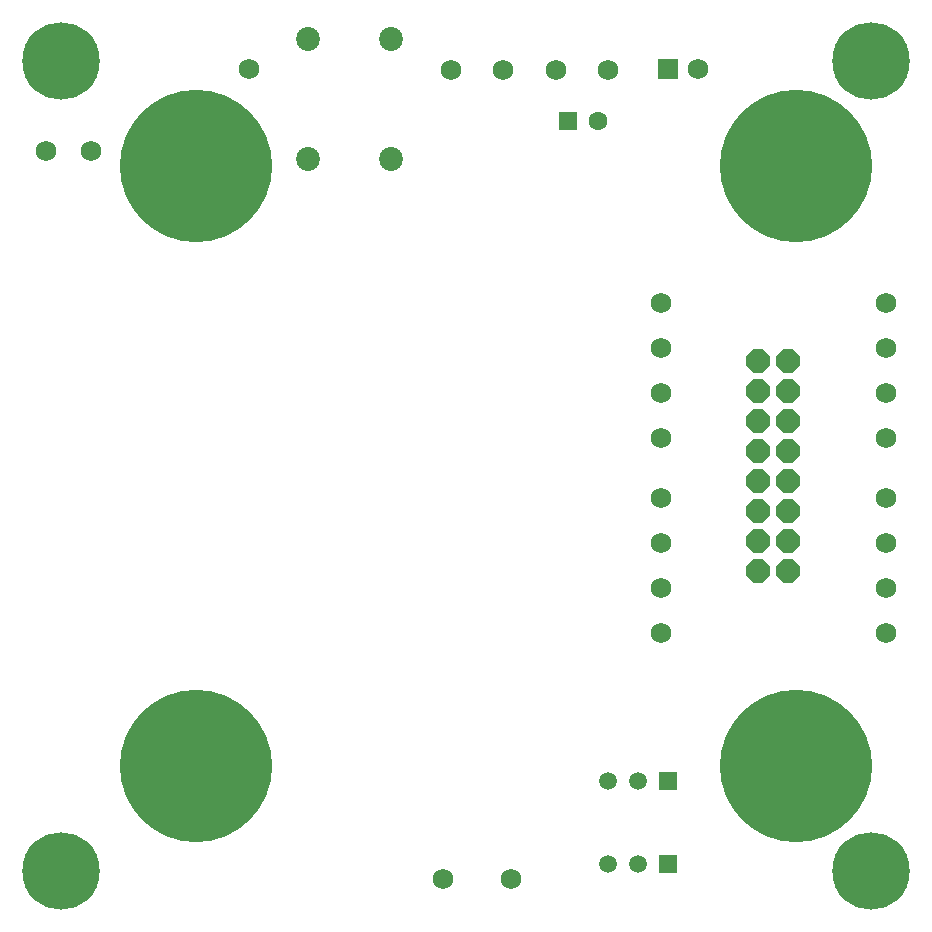
<source format=gbs>
G04*
G04 #@! TF.GenerationSoftware,Altium Limited,Altium Designer,21.6.1 (37)*
G04*
G04 Layer_Color=16711935*
%FSLAX25Y25*%
%MOIN*%
G70*
G04*
G04 #@! TF.SameCoordinates,74F22BCE-0206-479F-BCF0-E4D5E1675BD9*
G04*
G04*
G04 #@! TF.FilePolarity,Negative*
G04*
G01*
G75*
%ADD43C,0.06902*%
%ADD44R,0.06312X0.06312*%
%ADD45C,0.06312*%
%ADD46R,0.06902X0.06902*%
%ADD47C,0.05918*%
%ADD48R,0.05918X0.05918*%
%ADD49C,0.50800*%
%ADD50C,0.07956*%
%ADD51C,0.25800*%
%ADD52P,0.08443X8X22.5*%
D43*
X265000Y112500D02*
D03*
X242500D02*
D03*
X125000Y355000D02*
D03*
X110000D02*
D03*
X280000Y381949D02*
D03*
X262500D02*
D03*
X245000D02*
D03*
X327500Y382500D02*
D03*
X297500Y381949D02*
D03*
X177678Y382500D02*
D03*
X315000Y259500D02*
D03*
Y274500D02*
D03*
Y289500D02*
D03*
Y304500D02*
D03*
X390000D02*
D03*
Y289500D02*
D03*
Y274500D02*
D03*
Y259500D02*
D03*
Y194500D02*
D03*
Y209500D02*
D03*
Y224500D02*
D03*
Y239500D02*
D03*
X315000Y194500D02*
D03*
Y209500D02*
D03*
Y224500D02*
D03*
Y239500D02*
D03*
D44*
X284000Y365000D02*
D03*
D45*
X294000D02*
D03*
D46*
X317500Y382500D02*
D03*
D47*
X297500Y117500D02*
D03*
X307500D02*
D03*
X297500Y145000D02*
D03*
X307500D02*
D03*
D48*
X317500Y117500D02*
D03*
Y145000D02*
D03*
D49*
X160000Y350000D02*
D03*
X360000D02*
D03*
Y150000D02*
D03*
X160000D02*
D03*
D50*
X197500Y352500D02*
D03*
Y392500D02*
D03*
X225000D02*
D03*
Y352500D02*
D03*
D51*
X385000Y115000D02*
D03*
X115000Y385000D02*
D03*
X385000D02*
D03*
X115000Y115000D02*
D03*
D52*
X347500Y285000D02*
D03*
X357500D02*
D03*
X347500Y275000D02*
D03*
X357500D02*
D03*
X347500Y265000D02*
D03*
X357500D02*
D03*
X347500Y255000D02*
D03*
X357500D02*
D03*
X347500Y245000D02*
D03*
X357500D02*
D03*
Y235000D02*
D03*
X347500D02*
D03*
X357500Y225000D02*
D03*
X347500D02*
D03*
X357500Y215000D02*
D03*
X347500D02*
D03*
M02*

</source>
